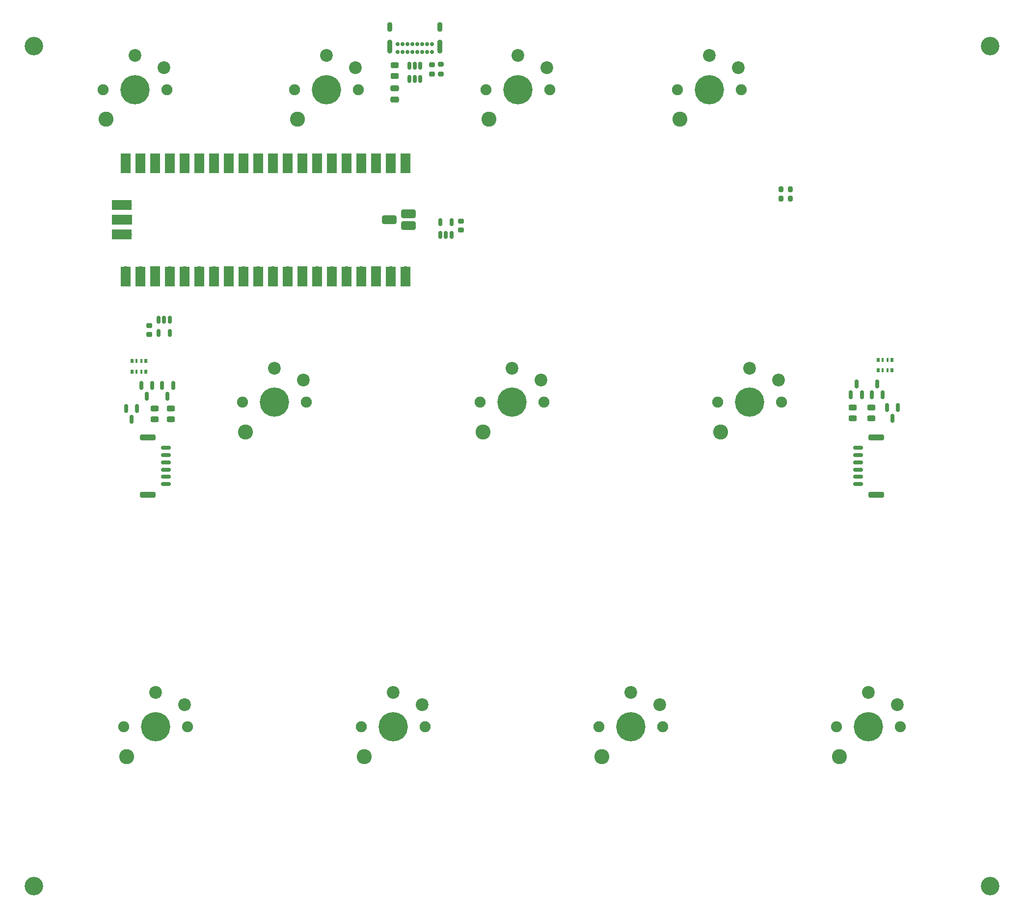
<source format=gbs>
%TF.GenerationSoftware,KiCad,Pcbnew,8.0.3*%
%TF.CreationDate,2024-07-30T03:57:46+02:00*%
%TF.ProjectId,iidx_pico,69696478-5f70-4696-936f-2e6b69636164,rev?*%
%TF.SameCoordinates,Original*%
%TF.FileFunction,Soldermask,Bot*%
%TF.FilePolarity,Negative*%
%FSLAX46Y46*%
G04 Gerber Fmt 4.6, Leading zero omitted, Abs format (unit mm)*
G04 Created by KiCad (PCBNEW 8.0.3) date 2024-07-30 03:57:46*
%MOMM*%
%LPD*%
G01*
G04 APERTURE LIST*
G04 Aperture macros list*
%AMRoundRect*
0 Rectangle with rounded corners*
0 $1 Rounding radius*
0 $2 $3 $4 $5 $6 $7 $8 $9 X,Y pos of 4 corners*
0 Add a 4 corners polygon primitive as box body*
4,1,4,$2,$3,$4,$5,$6,$7,$8,$9,$2,$3,0*
0 Add four circle primitives for the rounded corners*
1,1,$1+$1,$2,$3*
1,1,$1+$1,$4,$5*
1,1,$1+$1,$6,$7*
1,1,$1+$1,$8,$9*
0 Add four rect primitives between the rounded corners*
20,1,$1+$1,$2,$3,$4,$5,0*
20,1,$1+$1,$4,$5,$6,$7,0*
20,1,$1+$1,$6,$7,$8,$9,0*
20,1,$1+$1,$8,$9,$2,$3,0*%
G04 Aperture macros list end*
%ADD10O,1.700000X1.700000*%
%ADD11R,1.700000X3.500000*%
%ADD12R,1.700000X1.700000*%
%ADD13R,3.500000X1.700000*%
%ADD14RoundRect,0.300000X0.950000X-0.450000X0.950000X0.450000X-0.950000X0.450000X-0.950000X-0.450000X0*%
%ADD15RoundRect,0.200000X0.200000X0.275000X-0.200000X0.275000X-0.200000X-0.275000X0.200000X-0.275000X0*%
%ADD16RoundRect,0.250000X-1.100000X0.250000X-1.100000X-0.250000X1.100000X-0.250000X1.100000X0.250000X0*%
%ADD17RoundRect,0.150000X-0.700000X0.150000X-0.700000X-0.150000X0.700000X-0.150000X0.700000X0.150000X0*%
%ADD18RoundRect,0.150000X0.700000X-0.150000X0.700000X0.150000X-0.700000X0.150000X-0.700000X-0.150000X0*%
%ADD19RoundRect,0.250000X1.100000X-0.250000X1.100000X0.250000X-1.100000X0.250000X-1.100000X-0.250000X0*%
%ADD20C,2.200000*%
%ADD21C,1.900000*%
%ADD22C,5.050000*%
%ADD23C,2.600000*%
%ADD24C,3.200000*%
%ADD25R,0.500000X0.800000*%
%ADD26R,0.400000X0.800000*%
%ADD27RoundRect,0.150000X-0.150000X0.512500X-0.150000X-0.512500X0.150000X-0.512500X0.150000X0.512500X0*%
%ADD28RoundRect,0.243750X-0.456250X0.243750X-0.456250X-0.243750X0.456250X-0.243750X0.456250X0.243750X0*%
%ADD29RoundRect,0.225000X-0.250000X0.225000X-0.250000X-0.225000X0.250000X-0.225000X0.250000X0.225000X0*%
%ADD30RoundRect,0.150000X-0.150000X0.587500X-0.150000X-0.587500X0.150000X-0.587500X0.150000X0.587500X0*%
%ADD31RoundRect,0.200000X-0.275000X0.200000X-0.275000X-0.200000X0.275000X-0.200000X0.275000X0.200000X0*%
%ADD32RoundRect,0.150000X0.150000X-0.587500X0.150000X0.587500X-0.150000X0.587500X-0.150000X-0.587500X0*%
%ADD33RoundRect,0.225000X0.250000X-0.225000X0.250000X0.225000X-0.250000X0.225000X-0.250000X-0.225000X0*%
%ADD34C,0.700000*%
%ADD35O,0.900000X1.700000*%
%ADD36O,0.900000X2.400000*%
%ADD37RoundRect,0.250000X-0.475000X0.250000X-0.475000X-0.250000X0.475000X-0.250000X0.475000X0.250000X0*%
%ADD38RoundRect,0.150000X0.150000X-0.512500X0.150000X0.512500X-0.150000X0.512500X-0.150000X-0.512500X0*%
G04 APERTURE END LIST*
D10*
%TO.C,U1*%
X118950000Y-65790000D03*
D11*
X118950000Y-66690000D03*
D10*
X116410000Y-65790000D03*
D11*
X116410000Y-66690000D03*
D12*
X113870000Y-65790000D03*
D11*
X113870000Y-66690000D03*
D10*
X111330000Y-65790000D03*
D11*
X111330000Y-66690000D03*
D10*
X108790000Y-65790000D03*
D11*
X108790000Y-66690000D03*
D10*
X106250000Y-65790000D03*
D11*
X106250000Y-66690000D03*
D10*
X103710000Y-65790000D03*
D11*
X103710000Y-66690000D03*
D12*
X101170000Y-65790000D03*
D11*
X101170000Y-66690000D03*
D10*
X98630000Y-65790000D03*
D11*
X98630000Y-66690000D03*
D10*
X96090000Y-65790000D03*
D11*
X96090000Y-66690000D03*
D10*
X93550000Y-65790000D03*
D11*
X93550000Y-66690000D03*
D10*
X91010000Y-65790000D03*
D11*
X91010000Y-66690000D03*
D12*
X88470000Y-65790000D03*
D11*
X88470000Y-66690000D03*
D10*
X85930000Y-65790000D03*
D11*
X85930000Y-66690000D03*
D10*
X83390000Y-65790000D03*
D11*
X83390000Y-66690000D03*
D10*
X80850000Y-65790000D03*
D11*
X80850000Y-66690000D03*
D10*
X78310000Y-65790000D03*
D11*
X78310000Y-66690000D03*
D12*
X75770000Y-65790000D03*
D11*
X75770000Y-66690000D03*
D10*
X73230000Y-65790000D03*
D11*
X73230000Y-66690000D03*
D10*
X70690000Y-65790000D03*
D11*
X70690000Y-66690000D03*
D10*
X70690000Y-48010000D03*
D11*
X70690000Y-47110000D03*
D10*
X73230000Y-48010000D03*
D11*
X73230000Y-47110000D03*
D12*
X75770000Y-48010000D03*
D11*
X75770000Y-47110000D03*
D10*
X78310000Y-48010000D03*
D11*
X78310000Y-47110000D03*
D10*
X80850000Y-48010000D03*
D11*
X80850000Y-47110000D03*
D10*
X83390000Y-48010000D03*
D11*
X83390000Y-47110000D03*
D10*
X85930000Y-48010000D03*
D11*
X85930000Y-47110000D03*
D12*
X88470000Y-48010000D03*
D11*
X88470000Y-47110000D03*
D10*
X91010000Y-48010000D03*
D11*
X91010000Y-47110000D03*
D10*
X93550000Y-48010000D03*
D11*
X93550000Y-47110000D03*
D10*
X96090000Y-48010000D03*
D11*
X96090000Y-47110000D03*
D10*
X98630000Y-48010000D03*
D11*
X98630000Y-47110000D03*
D12*
X101170000Y-48010000D03*
D11*
X101170000Y-47110000D03*
D10*
X103710000Y-48010000D03*
D11*
X103710000Y-47110000D03*
D10*
X106250000Y-48010000D03*
D11*
X106250000Y-47110000D03*
D10*
X108790000Y-48010000D03*
D11*
X108790000Y-47110000D03*
D10*
X111330000Y-48010000D03*
D11*
X111330000Y-47110000D03*
D12*
X113870000Y-48010000D03*
D11*
X113870000Y-47110000D03*
D10*
X116410000Y-48010000D03*
D11*
X116410000Y-47110000D03*
D10*
X118950000Y-48010000D03*
D11*
X118950000Y-47110000D03*
D10*
X70920000Y-59440000D03*
D13*
X70020000Y-59440000D03*
D12*
X70920000Y-56900000D03*
D13*
X70020000Y-56900000D03*
D10*
X70920000Y-54360000D03*
D13*
X70020000Y-54360000D03*
D14*
X116190000Y-56900000D03*
X119470000Y-55900000D03*
X119490000Y-57900000D03*
%TD*%
D15*
%TO.C,R2*%
X185345000Y-53200000D03*
X183695000Y-53200000D03*
%TD*%
D16*
%TO.C,J2*%
X200170000Y-104375000D03*
X200170000Y-94425000D03*
D17*
X196970000Y-102525000D03*
X196970000Y-101275000D03*
X196970000Y-100025000D03*
X196970000Y-98775000D03*
X196970000Y-97525000D03*
X196970000Y-96275000D03*
%TD*%
D18*
%TO.C,J1*%
X77670000Y-102525000D03*
X77670000Y-101275000D03*
X77670000Y-100025000D03*
X77670000Y-98775000D03*
X77670000Y-97525000D03*
X77670000Y-96275000D03*
D19*
X74470000Y-104375000D03*
X74470000Y-94425000D03*
%TD*%
D15*
%TO.C,R1*%
X185345000Y-51600000D03*
X183695000Y-51600000D03*
%TD*%
D20*
%TO.C,SW5*%
X162820000Y-140600000D03*
X157820000Y-138500000D03*
D21*
X163320000Y-144400000D03*
D22*
X157820000Y-144400000D03*
D23*
X152820000Y-149550000D03*
D21*
X152320000Y-144400000D03*
%TD*%
D24*
%TO.C,SCR1*%
X54820000Y-26900000D03*
%TD*%
D20*
%TO.C,SW10*%
X143320000Y-30600000D03*
X138320000Y-28500000D03*
D21*
X143820000Y-34400000D03*
D22*
X138320000Y-34400000D03*
D23*
X133320000Y-39550000D03*
D21*
X132820000Y-34400000D03*
%TD*%
D20*
%TO.C,SW2*%
X101320000Y-84600000D03*
X96320000Y-82500000D03*
D21*
X101820000Y-88400000D03*
D22*
X96320000Y-88400000D03*
D23*
X91320000Y-93550000D03*
D21*
X90820000Y-88400000D03*
%TD*%
D20*
%TO.C,SW3*%
X121820000Y-140600000D03*
X116820000Y-138500000D03*
D21*
X122320000Y-144400000D03*
D22*
X116820000Y-144400000D03*
D23*
X111820000Y-149550000D03*
D21*
X111320000Y-144400000D03*
%TD*%
D20*
%TO.C,SW9*%
X110320000Y-30600000D03*
X105320000Y-28500000D03*
D21*
X110820000Y-34400000D03*
D22*
X105320000Y-34400000D03*
D23*
X100320000Y-39550000D03*
D21*
X99820000Y-34400000D03*
%TD*%
D20*
%TO.C,SW8*%
X77320000Y-30600000D03*
X72320000Y-28500000D03*
D21*
X77820000Y-34400000D03*
D22*
X72320000Y-34400000D03*
D23*
X67320000Y-39550000D03*
D21*
X66820000Y-34400000D03*
%TD*%
D24*
%TO.C,SCR2*%
X219820000Y-26900000D03*
%TD*%
D20*
%TO.C,SW6*%
X183320000Y-84600000D03*
X178320000Y-82500000D03*
D21*
X183820000Y-88400000D03*
D22*
X178320000Y-88400000D03*
D23*
X173320000Y-93550000D03*
D21*
X172820000Y-88400000D03*
%TD*%
D20*
%TO.C,SW11*%
X176320000Y-30600000D03*
X171320000Y-28500000D03*
D21*
X176820000Y-34400000D03*
D22*
X171320000Y-34400000D03*
D23*
X166320000Y-39550000D03*
D21*
X165820000Y-34400000D03*
%TD*%
D20*
%TO.C,SW7*%
X203820000Y-140600000D03*
X198820000Y-138500000D03*
D21*
X204320000Y-144400000D03*
D22*
X198820000Y-144400000D03*
D23*
X193820000Y-149550000D03*
D21*
X193320000Y-144400000D03*
%TD*%
D20*
%TO.C,SW4*%
X142320000Y-84600000D03*
X137320000Y-82500000D03*
D21*
X142820000Y-88400000D03*
D22*
X137320000Y-88400000D03*
D23*
X132320000Y-93550000D03*
D21*
X131820000Y-88400000D03*
%TD*%
D24*
%TO.C,SCR4*%
X219820000Y-171900000D03*
%TD*%
%TO.C,SCR3*%
X54820000Y-171900000D03*
%TD*%
D20*
%TO.C,SW1*%
X80820000Y-140600000D03*
X75820000Y-138500000D03*
D21*
X81320000Y-144400000D03*
D22*
X75820000Y-144400000D03*
D23*
X70820000Y-149550000D03*
D21*
X70320000Y-144400000D03*
%TD*%
D25*
%TO.C,RN2*%
X202880000Y-81100000D03*
D26*
X202080000Y-81100000D03*
X201280000Y-81100000D03*
D25*
X200480000Y-81100000D03*
X200480000Y-82900000D03*
D26*
X201280000Y-82900000D03*
X202080000Y-82900000D03*
D25*
X202880000Y-82900000D03*
%TD*%
D27*
%TO.C,U2*%
X76370000Y-74162500D03*
X77320000Y-74162500D03*
X78270000Y-74162500D03*
X78270000Y-76437500D03*
X76370000Y-76437500D03*
%TD*%
D25*
%TO.C,RN1*%
X74170000Y-83100000D03*
D26*
X73370000Y-83100000D03*
X72570000Y-83100000D03*
D25*
X71770000Y-83100000D03*
X71770000Y-81300000D03*
D26*
X72570000Y-81300000D03*
X73370000Y-81300000D03*
D25*
X74170000Y-81300000D03*
%TD*%
D28*
%TO.C,F5*%
X199320000Y-91137500D03*
X199320000Y-89262500D03*
%TD*%
D29*
%TO.C,C3*%
X123520000Y-30150000D03*
X123520000Y-31700000D03*
%TD*%
D30*
%TO.C,D3*%
X76970000Y-85462500D03*
X78870000Y-85462500D03*
X77920000Y-87337500D03*
%TD*%
%TO.C,D4*%
X202920000Y-91137500D03*
X203870000Y-89262500D03*
X201970000Y-89262500D03*
%TD*%
D29*
%TO.C,C2*%
X128520000Y-58675000D03*
X128520000Y-57125000D03*
%TD*%
D31*
%TO.C,R3*%
X125020000Y-30075000D03*
X125020000Y-31725000D03*
%TD*%
D32*
%TO.C,D6*%
X197670000Y-87137500D03*
X195770000Y-87137500D03*
X196720000Y-85262500D03*
%TD*%
D33*
%TO.C,C1*%
X74720000Y-76675000D03*
X74720000Y-75125000D03*
%TD*%
D28*
%TO.C,F2*%
X78520000Y-89462500D03*
X78520000Y-91337500D03*
%TD*%
D34*
%TO.C,J4*%
X117595000Y-27925000D03*
X118445000Y-27925000D03*
X119295000Y-27925000D03*
X120145000Y-27925000D03*
X120995000Y-27925000D03*
X121845000Y-27925000D03*
X122695000Y-27925000D03*
X123545000Y-27925000D03*
X123545000Y-26575000D03*
X122695000Y-26575000D03*
X121845000Y-26575000D03*
X120995000Y-26575000D03*
X120145000Y-26575000D03*
X119295000Y-26575000D03*
X118445000Y-26575000D03*
X117595000Y-26575000D03*
D35*
X116245000Y-23565000D03*
D36*
X116245000Y-26945000D03*
D35*
X124895000Y-23565000D03*
D36*
X124895000Y-26945000D03*
%TD*%
D28*
%TO.C,F1*%
X117070000Y-30212500D03*
X117070000Y-32087500D03*
%TD*%
D30*
%TO.C,D1*%
X70770000Y-89462500D03*
X72670000Y-89462500D03*
X71720000Y-91337500D03*
%TD*%
D32*
%TO.C,D5*%
X200320000Y-85262500D03*
X199370000Y-87137500D03*
X201270000Y-87137500D03*
%TD*%
D28*
%TO.C,F4*%
X196120000Y-91137500D03*
X196120000Y-89262500D03*
%TD*%
D37*
%TO.C,C4*%
X117070000Y-34200000D03*
X117070000Y-36100000D03*
%TD*%
D38*
%TO.C,U3*%
X126870000Y-57262500D03*
X124970000Y-57262500D03*
X124970000Y-59537500D03*
X125920000Y-59537500D03*
X126870000Y-59537500D03*
%TD*%
%TO.C,U4*%
X121520000Y-32537500D03*
X120570000Y-32537500D03*
X119620000Y-32537500D03*
X119620000Y-30262500D03*
X120570000Y-30262500D03*
X121520000Y-30262500D03*
%TD*%
D28*
%TO.C,F3*%
X75720000Y-89462500D03*
X75720000Y-91337500D03*
%TD*%
D30*
%TO.C,D2*%
X73370000Y-85462500D03*
X75270000Y-85462500D03*
X74320000Y-87337500D03*
%TD*%
M02*

</source>
